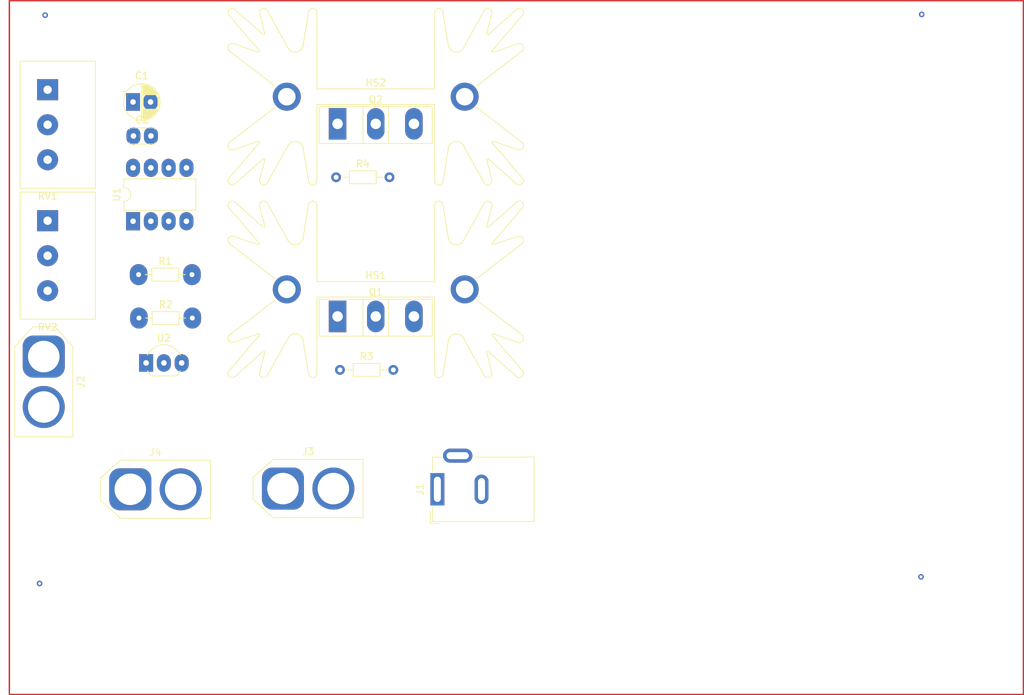
<source format=kicad_pcb>
(kicad_pcb (version 20211014) (generator pcbnew)
  (layers (0 "F.Cu" signal) (31 "B.Cu" signal) (34 "B.Paste" user) (35 "F.Paste" user) (36 "B.SilkS" user "B.Silkscreen") (37 "F.SilkS" user "F.Silkscreen") (38 "B.Mask" user) (39 "F.Mask" user) (44 "Edge.Cuts" user))
  (net 0 "")
  (net 1 "/v")
  (net 2 "GND")
  (net 3 "/ref")
  (net 4 "Net-(J2-Pad1)")
  (net 5 "Net-(Q1-Pad1)")
  (net 7 "Net-(RV1-Pad3)")
  (net 8 "/b_loop1")
  (net 10 "Net-(Q2-Pad1)")
  (net 11 "Net-(J4-Pad1)")
  (net 12 "/control")
  (net 13 "/b_loop2")
  (footprint "Resistor_THT:R_Axial_DIN0204_L3.6mm_D1.6mm_P7.62mm_Horizontal" (layer "F.Cu") (at 61.89 40.45)
    (fp_text reference "R4" (at 3.81 -1.92) (layer "F.SilkS"))
    (fp_text value "1meg")
    (fp_line (start 1.89 -0.92) (end 1.89 0.92) (layer "F.SilkS") (width 0.12))
    (fp_line (start 6.68 0) (end 5.73 0) (layer "F.SilkS") (width 0.12))
    (fp_line (start 5.73 0.92) (end 5.73 -0.92) (layer "F.SilkS") (width 0.12))
    (fp_line (start 1.89 0.92) (end 5.73 0.92) (layer "F.SilkS") (width 0.12))
    (fp_line (start 0.94 0) (end 1.89 0) (layer "F.SilkS") (width 0.12))
    (fp_line (start 5.73 -0.92) (end 1.89 -0.92) (layer "F.SilkS") (width 0.12))
    (pad "1" thru_hole circle (at 0 0) (size 1.4 1.4) (drill 0.7) (layers *.Cu *.Mask) (net 10 "Net-(Q2-Pad1)"))
    (pad "2" thru_hole oval (at 7.62 0) (size 1.4 1.4) (drill 0.7) (layers *.Cu *.Mask) (net 2 "GND"))
  )
  (footprint "Resistor_THT:R_Axial_DIN0204_L3.6mm_D1.6mm_P7.62mm_Horizontal" (layer "F.Cu") (at 62.44 67.95)
    (fp_text reference "R3" (at 3.81 -1.92) (layer "F.SilkS"))
    (fp_text value "1meg")
    (fp_line (start 1.89 -0.92) (end 1.89 0.92) (layer "F.SilkS") (width 0.12))
    (fp_line (start 5.73 -0.92) (end 1.89 -0.92) (layer "F.SilkS") (width 0.12))
    (fp_line (start 5.73 0.92) (end 5.73 -0.92) (layer "F.SilkS") (width 0.12))
    (fp_line (start 6.68 0) (end 5.73 0) (layer "F.SilkS") (width 0.12))
    (fp_line (start 1.89 0.92) (end 5.73 0.92) (layer "F.SilkS") (width 0.12))
    (fp_line (start 0.94 0) (end 1.89 0) (layer "F.SilkS") (width 0.12))
    (pad "1" thru_hole circle (at 0 0) (size 1.4 1.4) (drill 0.7) (layers *.Cu *.Mask) (net 5 "Net-(Q1-Pad1)"))
    (pad "2" thru_hole oval (at 7.62 0) (size 1.4 1.4) (drill 0.7) (layers *.Cu *.Mask) (net 2 "GND"))
  )
  (footprint "Potentiometer_THT:Potentiometer_Alps_RK163_Single_Horizontal" (layer "F.Cu") (at 20.7 27.95)
    (fp_text reference "RV1" (at 0 15.2 180) (layer "F.SilkS"))
    (fp_text value "5k")
    (fp_line (start 6.82 14.07) (end 6.82 -4.07) (layer "F.SilkS") (width 0.12))
    (fp_line (start -3.92 14.07) (end -3.92 -4.07) (layer "F.SilkS") (width 0.12))
    (fp_line (start 6.82 14.07) (end -3.92 14.07) (layer "F.SilkS") (width 0.12))
    (fp_line (start 6.82 -4.07) (end -3.92 -4.07) (layer "F.SilkS") (width 0.12))
    (pad "1" thru_hole rect (at 0 0 180) (size 3 3) (drill 1.2) (layers *.Cu *.Mask) (net 12 "/control"))
    (pad "2" thru_hole circle (at 0 5 180) (size 3 3) (drill 1.2) (layers *.Cu *.Mask) (net 12 "/control"))
    (pad "3" thru_hole circle (at 0 10 180) (size 3 3) (drill 1.2) (layers *.Cu *.Mask) (net 7 "Net-(RV1-Pad3)"))
  )
  (footprint "Package_TO_SOT_THT:TO-247-3_Vertical" (layer "F.Cu") (at 62.1 60.32)
    (fp_text reference "Q1" (at 5.45 -3.45) (layer "F.SilkS"))
    (fp_text value "Q_NMOS_GDS")
    (fp_line (start 7.255 -2.451) (end 7.255 2.82) (layer "F.SilkS") (width 0.12))
    (fp_line (start -2.62 -2.451) (end -2.62 2.82) (layer "F.SilkS") (width 0.12))
    (fp_line (start 13.52 -2.451) (end 13.52 2.82) (layer "F.SilkS") (width 0.12))
    (fp_line (start -2.62 2.82) (end 13.52 2.82) (layer "F.SilkS") (width 0.12))
    (fp_line (start 3.646 -2.451) (end 3.646 2.82) (layer "F.SilkS") (width 0.12))
    (fp_line (start -2.62 -2.451) (end 13.52 -2.451) (layer "F.SilkS") (width 0.12))
    (pad "1" thru_hole rect (at 0 0) (size 2.5 4.5) (drill 1.5) (layers *.Cu *.Mask) (net 5 "Net-(Q1-Pad1)"))
    (pad "2" thru_hole oval (at 5.45 0) (size 2.5 4.5) (drill 1.5) (layers *.Cu *.Mask) (net 4 "Net-(J2-Pad1)"))
    (pad "3" thru_hole oval (at 10.9 0) (size 2.5 4.5) (drill 1.5) (layers *.Cu *.Mask) (net 8 "/b_loop1"))
  )
  (footprint "Package_DIP:DIP-8_W7.62mm_LongPads" (layer "F.Cu") (at 32.9 46.725 90)
    (fp_text reference "U1" (at 3.81 -2.33 90) (layer "F.SilkS"))
    (fp_text value "LM358")
    (fp_line (start 1.56 8.95) (end 6.06 8.95) (layer "F.SilkS") (width 0.12))
    (fp_line (start 6.06 8.95) (end 6.06 -1.33) (layer "F.SilkS") (width 0.12))
    (fp_line (start 6.06 -1.33) (end 4.81 -1.33) (layer "F.SilkS") (width 0.12))
    (fp_line (start 2.81 -1.33) (end 1.56 -1.33) (layer "F.SilkS") (width 0.12))
    (fp_line (start 1.56 -1.33) (end 1.56 8.95) (layer "F.SilkS") (width 0.12))
    (fp_arc (start 4.81 -1.33) (mid 3.81 -0.33) (end 2.81 -1.33) (layer "F.SilkS") (width 0.12))
    (pad "1" thru_hole rect (at 0 0 90) (size 2.6 2) (drill 0.8) (layers *.Cu *.Mask) (net 10 "Net-(Q2-Pad1)"))
    (pad "2" thru_hole oval (at 0 2.54 90) (size 2.6 2) (drill 0.8) (layers *.Cu *.Mask) (net 13 "/b_loop2"))
    (pad "3" thru_hole oval (at 0 5.08 90) (size 2.6 2) (drill 0.8) (layers *.Cu *.Mask) (net 12 "/control"))
    (pad "4" thru_hole oval (at 0 7.62 90) (size 2.6 2) (drill 0.8) (layers *.Cu *.Mask) (net 2 "GND"))
    (pad "5" thru_hole oval (at 7.62 7.62 90) (size 2.6 2) (drill 0.8) (layers *.Cu *.Mask) (net 12 "/control"))
    (pad "6" thru_hole oval (at 7.62 5.08 90) (size 2.6 2) (drill 0.8) (layers *.Cu *.Mask) (net 8 "/b_loop1"))
    (pad "7" thru_hole oval (at 7.62 2.54 90) (size 2.6 2) (drill 0.8) (layers *.Cu *.Mask) (net 5 "Net-(Q1-Pad1)"))
    (pad "8" thru_hole oval (at 7.62 0 90) (size 2.6 2) (drill 0.8) (layers *.Cu *.Mask) (net 1 "/v"))
  )
  (footprint "Connector_AMASS:AMASS_XT60-M_1x02_P7.20mm_Vertical" (layer "F.Cu") (at 20.15 66.05 -90)
    (fp_text reference "J2" (at 3.6 -5.3 90) (layer "F.SilkS"))
    (fp_text value "Conn_01x02_Female")
    (fp_line (start -4.25 -1.6) (end -4.25 1.55) (layer "F.SilkS") (width 0.12))
    (fp_line (start -1.4 -4.15) (end -4.25 -1.6) (layer "F.SilkS") (width 0.12))
    (fp_line (start 11.45 4.15) (end 11.45 -4.15) (layer "F.SilkS") (width 0.12))
    (fp_line (start -1.4 4.15) (end 11.45 4.15) (layer "F.SilkS") (width 0.12))
    (fp_line (start -4.25 1.55) (end -1.4 4.15) (layer "F.SilkS") (width 0.12))
    (fp_line (start 11.45 -4.15) (end -1.4 -4.15) (layer "F.SilkS") (width 0.12))
    (pad "1" thru_hole roundrect (at 0 0 270) (size 6 6) (drill 4.5) (layers *.Cu *.Mask) (net 4 "Net-(J2-Pad1)"))
    (pad "2" thru_hole circle (at 7.2 0 270) (size 6 6) (drill 4.5) (layers *.Cu *.Mask) (net 2 "GND"))
  )
  (footprint "Connector_AMASS:AMASS_XT60-M_1x02_P7.20mm_Vertical" (layer "F.Cu") (at 32.5 85)
    (fp_text reference "J4" (at 3.6 -5.3 180) (layer "F.SilkS"))
    (fp_text value "Conn_01x02_Female")
    (fp_line (start -1.4 -4.15) (end -4.25 -1.6) (layer "F.SilkS") (width 0.12))
    (fp_line (start -4.25 -1.6) (end -4.25 1.55) (layer "F.SilkS") (width 0.12))
    (fp_line (start 11.45 -4.15) (end -1.4 -4.15) (layer "F.SilkS") (width 0.12))
    (fp_line (start -4.25 1.55) (end -1.4 4.15) (layer "F.SilkS") (width 0.12))
    (fp_line (start 11.45 4.15) (end 11.45 -4.15) (layer "F.SilkS") (width 0.12))
    (fp_line (start -1.4 4.15) (end 11.45 4.15) (layer "F.SilkS") (width 0.12))
    (pad "1" thru_hole roundrect (at 0 0) (size 6 6) (drill 4.5) (layers *.Cu *.Mask) (net 11 "Net-(J4-Pad1)"))
    (pad "2" thru_hole circle (at 7.2 0) (size 6 6) (drill 4.5) (layers *.Cu *.Mask) (net 2 "GND"))
  )
  (footprint "Heatsink:Heatsink_Fischer_SK129-STS_42x25mm_2xDrill2.5mm" (layer "F.Cu") (at 67.55 56.45)
    (fp_text reference "HS1" (at 0 -2) (layer "F.SilkS"))
    (fp_text value "Heatsink_Pad")
    (fp_line (start 20.89 11.57) (end 16.64 6.59) (layer "F.SilkS") (width 0.12))
    (fp_line (start -16.81 6.37) (end -20.37 7.59) (layer "F.SilkS") (width 0.12))
    (fp_line (start -20.89 -11.57) (end -16.64 -6.59) (layer "F.SilkS") (width 0.12))
    (fp_line (start -8.41 12.07) (end -8.4 1.11) (layer "F.SilkS") (width 0.12))
    (fp_line (start -12.43 -6.8) (end -15.52 -12.37) (layer "F.SilkS") (width 0.12))
    (fp_line (start 16.81 -6.37) (end 20.37 -7.59) (layer "F.SilkS") (width 0.12))
    (fp_line (start -20.89 6.53) (end -14.38 1.52) (layer "F.SilkS") (width 0.12))
    (fp_line (start 20.89 -11.57) (end 16.64 -6.59) (layer "F.SilkS") (width 0.12))
    (fp_line (start 8.41 -12.07) (end 8.4 -1.11) (layer "F.SilkS") (width 0.12))
    (fp_line (start 8.41 12.07) (end 8.4 1.11) (layer "F.SilkS") (width 0.12))
    (fp_line (start 9.58 -12.16) (end 10.39 -7.2) (layer "F.SilkS") (width 0.12))
    (fp_line (start -9.58 -12.16) (end -10.39 -7.2) (layer "F.SilkS") (width 0.12))
    (fp_line (start 16.81 6.37) (end 20.37 7.59) (layer "F.SilkS") (width 0.12))
    (fp_line (start -20.89 -6.53) (end -14.38 -1.52) (layer "F.SilkS") (width 0.12))
    (fp_line (start 8.4 -1.11) (end 0 -1.11) (layer "F.SilkS") (width 0.12))
    (fp_line (start -16.11 -8.9) (end -20.14 -12.49) (layer "F.SilkS") (width 0.12))
    (fp_line (start -8.4 1.11) (end 0 1.11) (layer "F.SilkS") (width 0.12))
    (fp_line (start 9.58 12.16) (end 10.39 7.2) (layer "F.SilkS") (width 0.12))
    (fp_line (start 16.61 12.04) (end 15.86 9.05) (layer "F.SilkS") (width 0.12))
    (fp_line (start 20.89 -6.53) (end 14.38 -1.52) (layer "F.SilkS") (width 0.12))
    (fp_line (start 16.11 8.9) (end 20.14 12.49) (layer "F.SilkS") (width 0.12))
    (fp_line (start -16.81 -6.37) (end -20.37 -7.59) (layer "F.SilkS") (width 0.12))
    (fp_line (start -16.61 12.04) (end -15.86 9.05) (layer "F.SilkS") (width 0.12))
    (fp_line (start -8.4 -1.11) (end 0 -1.11) (layer "F.SilkS") (width 0.12))
    (fp_line (start 16.61 -12.04) (end 15.86 -9.05) (layer "F.SilkS") (width 0.12))
    (fp_line (start -8.41 -12.07) (end -8.4 -1.11) (layer "F.SilkS") (width 0.12))
    (fp_line (start 20.89 6.53) (end 14.38 1.52) (layer "F.SilkS") (width 0.12))
    (fp_line (start -16.11 8.9) (end -20.14 12.49) (layer "F.SilkS") (width 0.12))
    (fp_line (start 16.11 -8.9) (end 20.14 -12.49) (layer "F.SilkS") (width 0.12))
    (fp_line (start 12.43 -6.8) (end 15.52 -12.37) (layer "F.SilkS") (width 0.12))
    (fp_line (start -9.58 12.16) (end -10.39 7.2) (layer "F.SilkS") (width 0.12))
    (fp_line (start 8.4 1.11) (end 0 1.11) (layer "F.SilkS") (width 0.12))
    (fp_line (start -16.61 -12.04) (end -15.86 -9.05) (layer "F.SilkS") (width 0.12))
    (fp_line (start -20.89 11.57) (end -16.64 6.59) (layer "F.SilkS") (width 0.12))
    (fp_line (start -12.43 6.8) (end -15.52 12.37) (layer "F.SilkS") (width 0.12))
    (fp_line (start 12.43 6.8) (end 15.52 12.37) (layer "F.SilkS") (width 0.12))
    (fp_arc (start 20.88201 6.529077) (mid 21.044088 7.26771) (end 20.36 7.59) (layer "F.SilkS") (width 0.12))
    (fp_arc (start -12.43 6.81) (mid -11.270695 6.386526) (end -10.37849 7.239338) (layer "F.SilkS") (width 0.12))
    (fp_arc (start -20.88201 -6.529077) (mid -21.044088 -7.26771) (end -20.36 -7.59) (layer "F.SilkS") (width 0.12))
    (fp_arc (start -9.578367 -12.138285) (mid -8.950514 -12.608261) (end -8.41 -12.04) (layer "F.SilkS") (width 0.12))
    (fp_arc (start 10.378725 7.238423) (mid 11.271157 6.386429) (end 12.43 6.81) (layer "F.SilkS") (width 0.12))
    (fp_arc (start -15.51 12.36) (mid -16.175176 12.582248) (end -16.607296 12.029866) (layer "F.SilkS") (width 0.12))
    (fp_arc (start -10.378725 -7.238423) (mid -11.271157 -6.386429) (end -12.43 -6.81) (layer "F.SilkS") (width 0.12))
    (fp_arc (start 15.862646 9.073033) (mid 15.907467 8.87495) (end 16.11 8.89) (layer "F.SilkS") (width 0.12))
    (fp_arc (start 20.36 -7.59) (mid 21.044305 -7.267269) (end 20.881246 -6.528459) (layer "F.SilkS") (width 0.12))
    (fp_arc (start 9.578367 12.138285) (mid 8.950514 12.608261) (end 8.41 12.04) (layer "F.SilkS") (width 0.12))
    (fp_arc (start -20.36 7.59) (mid -21.044305 7.267269) (end -20.881246 6.528459) (layer "F.SilkS") (width 0.12))
    (fp_arc (start 20.12 -12.47) (mid 20.940246 -12.391809) (end 20.883361 -11.56981) (layer "F.SilkS") (width 0.12))
    (fp_arc (start 20.883567 11.569995) (mid 20.940157 12.391914) (end 20.12 12.47) (layer "F.SilkS") (width 0.12))
    (fp_arc (start -8.41 12.04) (mid -8.950833 12.608288) (end -9.578495 12.137659) (layer "F.SilkS") (width 0.12))
    (fp_arc (start 15.51 -12.36) (mid 16.175176 -12.582248) (end 16.607296 -12.029866) (layer "F.SilkS") (width 0.12))
    (fp_arc (start -20.12 12.47) (mid -20.940246 12.391809) (end -20.883361 11.56981) (layer "F.SilkS") (width 0.12))
    (fp_arc (start 12.43 -6.81) (mid 11.270695 -6.386526) (end 10.37849 -7.239338) (layer "F.SilkS") (width 0.12))
    (fp_arc (start -16.607253 -12.030714) (mid -16.174769 -12.582369) (end -15.51 -12.36) (layer "F.SilkS") (width 0.12))
    (fp_arc (start -16.11 8.89) (mid -15.907388 8.875008) (end -15.862738 9.073206) (layer "F.SilkS") (width 0.12))
    (fp_arc (start -16.641005 -6.592844) (mid -16.635917 -6.413484) (end -16.81 -6.37) (layer "F.SilkS") (width 0.12))
    (fp_arc (start 16.81 -6.37) (mid 16.635916 -6.413485) (end 16.641006 -6.592846) (layer "F.SilkS") (width 0.12))
    (fp_arc (start -16.81 6.37) (mid -16.635916 6.413485) (end -16.641006 6.592846) (layer "F.SilkS") (width 0.12))
    (fp_arc (start 16.607253 12.030714) (mid 16.174769 12.58237) (end 15.51 12.36) (layer "F.SilkS") (width 0.12))
    (fp_arc (start -15.862646 -9.073033) (mid -15.907467 -8.87495) (end -16.11 -8.89) (layer "F.SilkS") (width 0.12))
    (fp_arc (start 16.11 -8.89) (mid 15.907388 -8.875008) (end 15.862738 -9.073206) (layer "F.SilkS") (width 0.12))
    (fp_arc (start 8.41 -12.04) (mid 8.950833 -12.608288) (end 9.578495 -12.137659) (layer "F.SilkS") (width 0.12))
    (fp_arc (start 16.641005 6.592844) (mid 16.635917 6.413484) (end 16.81 6.37) (layer "F.SilkS") (width 0.12))
    (fp_arc (start -20.883567 -11.569995) (mid -20.940157 -12.391914) (end -20.12 -12.47) (layer "F.SilkS") (width 0.12))
    (pad "1" thru_hole circle (at 12.7 0) (size 4 4) (drill 2.5) (layers *.Cu *.Mask))
    (pad "1" thru_hole circle (at -12.7 0 180) (size 4 4) (drill 2.5) (layers *.Cu *.Mask))
  )
  (footprint "Heatsink:Heatsink_Fischer_SK129-STS_42x25mm_2xDrill2.5mm" (layer "F.Cu") (at 67.55 28.95)
    (fp_text reference "HS2" (at 0 -2) (layer "F.SilkS"))
    (fp_text value "Heatsink_Pad")
    (fp_line (start 9.58 -12.16) (end 10.39 -7.2) (layer "F.SilkS") (width 0.12))
    (fp_line (start -8.4 -1.11) (end 0 -1.11) (layer "F.SilkS") (width 0.12))
    (fp_line (start -16.81 6.37) (end -20.37 7.59) (layer "F.SilkS") (width 0.12))
    (fp_line (start -9.58 12.16) (end -10.39 7.2) (layer "F.SilkS") (width 0.12))
    (fp_line (start -16.81 -6.37) (end -20.37 -7.59) (layer "F.SilkS") (width 0.12))
    (fp_line (start 16.11 -8.9) (end 20.14 -12.49) (layer "F.SilkS") (width 0.12))
    (fp_line (start -9.58 -12.16) (end -10.39 -7.2) (layer "F.SilkS") (width 0.12))
    (fp_line (start 16.11 8.9) (end 20.14 12.49) (layer "F.SilkS") (width 0.12))
    (fp_line (start 16.81 6.37) (end 20.37 7.59) (layer "F.SilkS") (width 0.12))
    (fp_line (start 20.89 6.53) (end 14.38 1.52) (layer "F.SilkS") (width 0.12))
    (fp_line (start 20.89 -6.53) (end 14.38 -1.52) (layer "F.SilkS") (width 0.12))
    (fp_line (start -16.11 -8.9) (end -20.14 -12.49) (layer "F.SilkS") (width 0.12))
    (fp_line (start -20.89 6.53) (end -14.38 1.52) (layer "F.SilkS") (width 0.12))
    (fp_line (start 16.61 12.04) (end 15.86 9.05) (layer "F.SilkS") (width 0.12))
    (fp_line (start 8.41 -12.07) (end 8.4 -1.11) (layer "F.SilkS") (width 0.12))
    (fp_line (start 20.89 -11.57) (end 16.64 -6.59) (layer "F.SilkS") (width 0.12))
    (fp_line (start -20.89 -6.53) (end -14.38 -1.52) (layer "F.SilkS") (width 0.12))
    (fp_line (start 12.43 -6.8) (end 15.52 -12.37) (layer "F.SilkS") (width 0.12))
    (fp_line (start -16.61 -12.04) (end -15.86 -9.05) (layer "F.SilkS") (width 0.12))
    (fp_line (start 12.43 6.8) (end 15.52 12.37) (layer "F.SilkS") (width 0.12))
    (fp_line (start 8.4 1.11) (end 0 1.11) (layer "F.SilkS") (width 0.12))
    (fp_line (start -12.43 6.8) (end -15.52 12.37) (layer "F.SilkS") (width 0.12))
    (fp_line (start 16.61 -12.04) (end 15.86 -9.05) (layer "F.SilkS") (width 0.12))
    (fp_line (start -20.89 11.57) (end -16.64 6.59) (layer "F.SilkS") (width 0.12))
    (fp_line (start -20.89 -11.57) (end -16.64 -6.59) (layer "F.SilkS") (width 0.12))
    (fp_line (start 16.81 -6.37) (end 20.37 -7.59) (layer "F.SilkS") (width 0.12))
    (fp_line (start -16.61 12.04) (end -15.86 9.05) (layer "F.SilkS") (width 0.12))
    (fp_line (start 9.58 12.16) (end 10.39 7.2) (layer "F.SilkS") (width 0.12))
    (fp_line (start -8.41 12.07) (end -8.4 1.11) (layer "F.SilkS") (width 0.12))
    (fp_line (start 8.4 -1.11) (end 0 -1.11) (layer "F.SilkS") (width 0.12))
    (fp_line (start 20.89 11.57) (end 16.64 6.59) (layer "F.SilkS") (width 0.12))
    (fp_line (start -12.43 -6.8) (end -15.52 -12.37) (layer "F.SilkS") (width 0.12))
    (fp_line (start -8.41 -12.07) (end -8.4 -1.11) (layer "F.SilkS") (width 0.12))
    (fp_line (start -8.4 1.11) (end 0 1.11) (layer "F.SilkS") (width 0.12))
    (fp_line (start 8.41 12.07) (end 8.4 1.11) (layer "F.SilkS") (width 0.12))
    (fp_line (start -16.11 8.9) (end -20.14 12.49) (layer "F.SilkS") (width 0.12))
    (fp_arc (start 12.43 -6.81) (mid 11.270695 -6.386526) (end 10.37849 -7.239338) (layer "F.SilkS") (width 0.12))
    (fp_arc (start 15.862646 9.073033) (mid 15.907467 8.87495) (end 16.11 8.89) (layer "F.SilkS") (width 0.12))
    (fp_arc (start 16.81 -6.37) (mid 16.635916 -6.413485) (end 16.641006 -6.592846) (layer "F.SilkS") (width 0.12))
    (fp_arc (start 16.641005 6.592844) (mid 16.635917 6.413484) (end 16.81 6.37) (layer "F.SilkS") (width 0.12))
    (fp_arc (start -20.36 7.59) (mid -21.044305 7.267269) (end -20.881246 6.528459) (layer "F.SilkS") (width 0.12))
    (fp_arc (start -16.11 8.89) (mid -15.907388 8.875008) (end -15.862738 9.073206) (layer "F.SilkS") (width 0.12))
    (fp_arc (start -20.12 12.47) (mid -20.940246 12.391809) (end -20.883361 11.56981) (layer "F.SilkS") (width 0.12))
    (fp_arc (start 20.12 -12.47) (mid 20.940246 -12.391809) (end 20.883361 -11.56981) (layer "F.SilkS") (width 0.12))
    (fp_arc (start -15.862646 -9.073033) (mid -15.907467 -8.87495) (end -16.11 -8.89) (layer "F.SilkS") (width 0.12))
    (fp_arc (start 20.88201 6.529077) (mid 21.044088 7.26771) (end 20.36 7.59) (layer "F.SilkS") (width 0.12))
    (fp_arc (start -20.883567 -11.569995) (mid -20.940157 -12.391914) (end -20.12 -12.47) (layer "F.SilkS") (width 0.12))
    (fp_arc (start 15.51 -12.36) (mid 16.175176 -12.582248) (end 16.607296 -12.029866) (layer "F.SilkS") (width 0.12))
    (fp_arc (start -12.43 6.81) (mid -11.270695 6.386526) (end -10.37849 7.239338) (layer "F.SilkS") (width 0.12))
    (fp_arc (start -9.578367 -12.138285) (mid -8.950514 -12.608261) (end -8.41 -12.04) (layer "F.SilkS") (width 0.12))
    (fp_arc (start -16.641005 -6.592844) (mid -16.635917 -6.413484) (end -16.81 -6.37) (layer "F.SilkS") (width 0.12))
    (fp_arc (start 20.883567 11.569995) (mid 20.940157 12.391914) (end 20.12 12.47) (layer "F.SilkS") (width 0.12))
    (fp_arc (start -10.378725 -7.238423) (mid -11.271157 -6.386429) (end -12.43 -6.81) (layer "F.SilkS") (width 0.12))
    (fp_arc (start -16.607253 -12.030714) (mid -16.174769 -12.582369) (end -15.51 -12.36) (layer "F.SilkS") (width 0.12))
    (fp_arc (start 8.41 -12.04) (mid 8.950833 -12.608288) (end 9.578495 -12.137659) (layer "F.SilkS") (width 0.12))
    (fp_arc (start 16.11 -8.89) (mid 15.907388 -8.875008) (end 15.862738 -9.073206) (layer "F.SilkS") (width 0.12))
    (fp_arc (start 16.607253 12.030714) (mid 16.174769 12.58237) (end 15.51 12.36) (layer "F.SilkS") (width 0.12))
    (fp_arc (start 9.578367 12.138285) (mid 8.950514 12.608261) (end 8.41 12.04) (layer "F.SilkS") (width 0.12))
    (fp_arc (start -20.88201 -6.529077) (mid -21.044088 -7.26771) (end -20.36 -7.59) (layer "F.SilkS") (width 0.12))
    (fp_arc (start -15.51 12.36) (mid -16.175176 12.582248) (end -16.607296 12.029866) (layer "F.SilkS") (width 0.12))
    (fp_arc (start 20.36 -7.59) (mid 21.044305 -7.267269) (end 20.881246 -6.528459) (layer "F.SilkS") (width 0.12))
    (fp_arc (start -8.41 12.04) (mid -8.950833 12.608288) (end -9.578495 12.137659) (layer "F.SilkS") (width 0.12))
    (fp_arc (start 10.378725 7.238423) (mid 11.271157 6.386429) (end 12.43 6.81) (layer "F.SilkS") (width 0.12))
    (fp_arc (start -16.81 6.37) (mid -16.635916 6.413485) (end -16.641006 6.592846) (layer "F.SilkS") (width 0.12))
    (pad "1" thru_hole circle (at 12.7 0) (size 4 4) (drill 2.5) (layers *.Cu *.Mask))
    (pad "1" thru_hole circle (at -12.7 0 180) (size 4 4) (drill 2.5) (layers *.Cu *.Mask))
  )
  (footprint "Potentiometer_THT:Potentiometer_Alps_RK163_Single_Horizontal" (layer "F.Cu") (at 20.7 46.65)
    (fp_text reference "RV2" (at 0 15.2 180) (layer "F.SilkS"))
    (fp_text value "100k")
    (fp_line (start 6.82 14.07) (end -3.92 14.07) (layer "F.SilkS") (width 0.12))
    (fp_line (start 6.82 14.07) (end 6.82 -4.07) (layer "F.SilkS") (width 0.12))
    (fp_line (start -3.92 14.07) (end -3.92 -4.07) (layer "F.SilkS") (width 0.12))
    (fp_line (start 6.82 -4.07) (end -3.92 -4.07) (layer "F.SilkS") (width 0.12))
    (pad "1" thru_hole rect (at 0 0 180) (size 3 3) (drill 1.2) (layers *.Cu *.Mask) (net 7 "Net-(RV1-Pad3)"))
    (pad "2" thru_hole circle (at 0 5 180) (size 3 3) (drill 1.2) (layers *.Cu *.Mask) (net 7 "Net-(RV1-Pad3)"))
    (pad "3" thru_hole circle (at 0 10 180) (size 3 3) (drill 1.2) (layers *.Cu *.Mask) (net 2 "GND"))
  )
  (footprint "Resistor_THT:R_Axial_DIN0204_L3.6mm_D1.6mm_P7.62mm_Horizontal" (layer "F.Cu") (at 33.69 54.35)
    (fp_text reference "R1" (at 3.81 -1.92) (layer "F.SilkS"))
    (fp_text value "100k")
    (fp_line (start 0.94 0) (end 1.89 0) (layer "F.SilkS") (width 0.12))
    (fp_line (start 6.68 0) (end 5.73 0) (layer "F.SilkS") (width 0.12))
    (fp_line (start 1.89 0.92) (end 5.73 0.92) (layer "F.SilkS") (width 0.12))
    (fp_line (start 5.73 0.92) (end 5.73 -0.92) (layer "F.SilkS") (width 0.12))
    (fp_line (start 1.89 -0.92) (end 1.89 0.92) (layer "F.SilkS") (width 0.12))
    (fp_line (start 5.73 -0.92) (end 1.89 -0.92) (layer "F.SilkS") (width 0.12))
    (pad "1" thru_hole oval (at 0 0) (size 2.5 3) (drill 0.7) (layers *.Cu *.Mask) (net 1 "/v"))
    (pad "2" thru_hole oval (at 7.62 0) (size 2.5 3) (drill 0.7) (layers *.Cu *.Mask) (net 12 "/control"))
  )
  (footprint "Connector_AMASS:AMASS_XT60-M_1x02_P7.20mm_Vertical" (layer "F.Cu") (at 54.3 84.9)
    (fp_text reference "J3" (at 3.6 -5.3 180) (layer "F.SilkS"))
    (fp_text value "Conn_01x02_Female")
    (fp_line (start 11.45 -4.15) (end -1.4 -4.15) (layer "F.SilkS") (width 0.12))
    (fp_line (start 11.45 4.15) (end 11.45 -4.15) (layer "F.SilkS") (width 0.12))
    (fp_line (start -1.4 4.15) (end 11.45 4.15) (layer "F.SilkS") (width 0.12))
    (fp_line (start -1.4 -4.15) (end -4.25 -1.6) (layer "F.SilkS") (width 0.12))
    (fp_line (start -4.25 1.55) (end -1.4 4.15) (layer "F.SilkS") (width 0.12))
    (fp_line (start -4.25 -1.6) (end -4.25 1.55) (layer "F.SilkS") (width 0.12))
    (pad "1" thru_hole roundrect (at 0 0) (size 6 6) (drill 4.5) (layers *.Cu *.Mask) (net 8 "/b_loop1"))
    (pad "2" thru_hole circle (at 7.2 0) (size 6 6) (drill 4.5) (layers *.Cu *.Mask) (net 2 "GND"))
  )
  (footprint "Capacitor_THT:CP_Radial_D5.0mm_P2.50mm" (layer "F.Cu") (at 32.894888 29.7)
    (fp_text reference "C1" (at 1.25 -3.75) (layer "F.SilkS"))
    (fp_text value "10u")
    (fp_line (start 2.251 -2.382) (end 2.251 -1.04) (layer "F.SilkS") (width 0.12))
    (fp_line (start 2.851 -2.035) (end 2.851 -1.04) (layer "F.SilkS") (width 0.12))
    (fp_line (start 3.731 -0.805) (end 3.731 0.805) (layer "F.SilkS") (width 0.12))
    (fp_line (start 2.611 -2.2) (end 2.611 -1.04) (layer "F.SilkS") (width 0.12))
    (fp_line (start 1.53 -2.565) (end 1.53 -1.04) (layer "F.SilkS") (width 0.12))
    (fp_line (start 2.171 -2.414) (end 2.171 -1.04) (layer "F.SilkS") (width 0.12))
    (fp_line (start 1.49 1.04) (end 1.49 2.569) (layer "F.SilkS") (width 0.12))
    (fp_line (start -1.304775 -1.725) (end -1.304775 -1.225) (layer "F.SilkS") (width 0.12))
    (fp_line (start 3.411 1.04) (end 3.411 1.443) (layer "F.SilkS") (width 0.12))
    (fp_line (start 1.89 1.04) (end 1.89 2.501) (layer "F.SilkS") (width 0.12))
    (fp_line (start 1.45 -2.573) (end 1.45 2.573) (layer "F.SilkS") (width 0.12))
    (fp_line (start 3.051 -1.864) (end 3.051 -1.04) (layer "F.SilkS") (width 0.12))
    (fp_line (start 3.811 -0.518) (end 3.811 0.518) (layer "F.SilkS") (width 0.12))
    (fp_line (start 3.291 1.04) (end 3.291 1.605) (layer "F.SilkS") (width 0.12))
    (fp_line (start 1.77 -2.528) (end 1.77 -1.04) (layer "F.SilkS") (width 0.12))
    (fp_line (start 2.571 -2.224) (end 2.571 -1.04) (layer "F.SilkS") (width 0.12))
    (fp_line (start 3.531 1.04) (end 3.531 1.251) (layer "F.SilkS") (width 0.12))
    (fp_line (start 1.81 -2.52) (end 1.81 -1.04) (layer "F.SilkS") (width 0.12))
    (fp_line (start 2.891 1.04) (end 2.891 2.004) (layer "F.SilkS") (width 0.12))
    (fp_line (start 3.051 1.04) (end 3.051 1.864) (layer "F.SilkS") (width 0.12))
    (fp_line (start 1.77 1.04) (end 1.77 2.528) (layer "F.SilkS") (width 0.12))
    (fp_line (start 2.771 1.04) (end 2.771 2.095) (layer "F.SilkS") (width 0.12))
    (fp_line (start 1.65 1.04) (end 1.65 2.55) (layer "F.SilkS") (width 0.12))
    (fp_line (start 2.691 1.04) (end 2.691 2.149) (layer "F.SilkS") (width 0.12))
    (fp_line (start 2.011 1.04) (end 2.011 2.468) (layer "F.SilkS") (width 0.12))
    (fp_line (start 2.491 -2.268) (end 2.491 -1.04) (layer "F.SilkS") (width 0.12))
    (fp_line (start 2.251 1.04) (end 2.251 2.382) (layer "F.SilkS") (width 0.12))
    (fp_line (start 2.211 -2.398) (end 2.211 -1.04) (layer "F.SilkS") (width 0.12))
    (fp_line (start 3.611 -1.098) (end 3.611 1.098) (layer "F.SilkS") (width 0.12))
    (fp_line (start 2.211 1.04) (end 2.211 2.398) (layer "F.SilkS") (width 0.12))
    (fp_line (start 3.771 -0.677) (end 3.771 0.677) (layer "F.SilkS") (width 0.12))
    (fp_line (start 1.37 -2.578) (end 1.37 2.578) (layer "F.SilkS") (width 0.12))
    (fp_line (start 1.49 -2.569) (end 1.49 -1.04) (layer "F.SilkS") (width 0.12))
    (fp_line (start 1.33 -2.579) (end 1.33 2.579) (layer "F.SilkS") (width 0.12))
    (fp_line (start 3.571 -1.178) (end 3.571 1.178) (layer "F.SilkS") (width 0.12))
    (fp_line (start 2.971 -1.937) (end 2.971 -1.04) (layer "F.SilkS") (width 0.12))
    (fp_line (start 2.091 1.04) (end 2.091 2.442) (layer "F.SilkS") (width 0.12))
    (fp_line (start 1.89 -2.501) (end 1.89 -1.04) (layer "F.SilkS") (width 0.12))
    (fp_line (start 1.61 1.04) (end 1.61 2.556) (layer "F.SilkS") (width 0.12))
    (fp_line (start 2.851 1.04) (end 2.851 2.035) (layer "F.SilkS") (width 0.12))
    (fp_line (start 3.091 1.04) (end 3.091 1.826) (layer "F.SilkS") (width 0.12))
    (fp_line (start 3.331 1.04) (end 3.331 1.554) (layer "F.SilkS") (width 0.12))
    (fp_line (start 1.81 1.04) (end 1.81 2.52) (layer "F.SilkS") (width 0.12))
    (fp_line (start 2.131 -2.428) (end 2.131 -1.04) (layer "F.SilkS") (width 0.12))
    (fp_line (start 2.531 -2.247) (end 2.531 -1.04) (layer "F.SilkS") (width 0.12))
    (fp_line (start 1.971 1.04) (end 1.971 2.48) (layer "F.SilkS") (width 0.12))
    (fp_line (start 2.291 -2.365) (end 2.291 -1.04) (layer "F.SilkS") (width 0.12))
    (fp_line (start 1.73 -2.536) (end 1.73 -1.04) (layer "F.SilkS") (width 0.12))
    (fp_line (start 1.69 1.04) (end 1.69 2.543) (layer "F.SilkS") (width 0.12))
    (fp_line (start 3.211 1.04) (end 3.211 1.699) (layer "F.SilkS") (width 0.12))
    (fp_line (start 2.891 -2.004) (end 2.891 -1.04) (layer "F.SilkS") (width 0.12))
    (fp_line (start 1.85 1.04) (end 1.85 2.511) (layer "F.SilkS") (width 0.12))
    (fp_line (start 3.011 -1.901) (end 3.011 -1.04) (layer "F.SilkS") (width 0.12))
    (fp_line (start 1.85 -2.511) (end 1.85 -1.04) (layer "F.SilkS") (width 0.12))
    (fp_line (start 3.291 -1.605) (end 3.291 -1.04) (layer "F.SilkS") (width 0.12))
    (fp_line (start 1.69 -2.543) (end 1.69 -1.04) (layer "F.SilkS") (width 0.12))
    (fp_line (start 1.57 1.04) (end 1.57 2.561) (layer "F.SilkS") (width 0.12))
    (fp_line (start 2.011 -2.468) (end 2.011 -1.04) (layer "F.SilkS") (width 0.12))
    (fp_line (start 1.61 -2.556) (end 1.61 -1.04) (layer "F.SilkS") (width 0.12))
    (fp_line (start 3.251 -1.653) (end 3.251 -1.04) (layer "F.SilkS") (width 0.12))
    (fp_line (start 1.93 -2.491) (end 1.93 -1.04) (layer "F.SilkS") (width 0.12))
    (fp_line (start 2.651 -2.175) (end 2.651 -1.04) (layer "F.SilkS") (width 0.12))
    (fp_line (start 1.57 -2.561) (end 1.57 -1.04) (layer "F.SilkS") (width 0.12))
    (fp_line (start 3.851 -0.284) (end 3.851 0.284) (layer "F.SilkS") (width 0.12))
    (fp_line (start 3.691 -0.915) (end 3.691 0.915) (layer "F.SilkS") (width 0.12))
    (fp_line (start 3.451 -1.383) (end 3.451 -1.04) (layer "F.SilkS") (width 0.12))
    (fp_line (start 2.331 -2.348) (end 2.331 -1.04) (layer "F.SilkS") (width 0.12))
    (fp_line (start 2.291 1.04) (end 2.291 2.365) (layer "F.SilkS") (width 0.12))
    (fp_line (start 1.971 -2.48) (end 1.971 -1.04) (layer "F.SilkS") (width 0.12))
    (fp_line (start 2.051 1.04) (end 2.051 2.455) (layer "F.SilkS") (width 0.12))
    (fp_line (start 2.051 -2.455) (end 2.051 -1.04) (layer "F.SilkS") (width 0.12))
    (fp_line (start 2.531 1.04) (end 2.531 2.247) (layer "F.SilkS") (width 0.12))
    (fp_line (start 2.171 1.04) (end 2.171 2.414) (layer "F.SilkS") (width 0.12))
    (fp_line (start 2.451 -2.29) (end 2.451 -1.04) (layer "F.SilkS") (width 0.12))
    (fp_line (start 2.771 -2.095) (end 2.771 -1.04) (layer "F.SilkS") (width 0.12))
    (fp_line (start 2.691 -2.149) (end 2.691 -1.04) (layer "F.SilkS") (width 0.12))
    (fp_line (start 3.371 -1.5) (end 3.371 -1.04) (layer "F.SilkS") (width 0.12))
    (fp_line (start 2.371 1.04) (end 2.371 2.329) (layer "F.SilkS") (width 0.12))
    (fp_line (start 3.331 -1.554) (end 3.331 -1.04) (layer "F.SilkS") (width 0.12))
    (fp_line (start 3.011 1.04) (end 3.011 1.901) (layer "F.SilkS") (width 0.12))
    (fp_line (start 3.171 -1.743) (end 3.171 -1.04) (layer "F.SilkS") (width 0.12))
    (fp_line (start 2.571 1.04) (end 2.571 2.224) (layer "F.SilkS") (width 0.12))
    (fp_line (start 2.731 -2.122) (end 2.731 -1.04) (layer "F.SilkS") (width 0.12))
    (fp_line (start 3.371 1.04) (end 3.371 1.5) (layer "F.SilkS") (width 0.12))
    (fp_line (start 2.371 -2.329) (end 2.371 -1.04) (layer "F.SilkS") (width 0.12))
    (fp_line (start 1.41 -2.576) (end 1.41 2.576) (layer "F.SilkS") (width 0.12))
    (fp_line (start 3.131 1.04) (end 3.131 1.785) (layer "F.SilkS") (width 0.12))
    (fp_line (start 2.411 1.04) (end 2.411 2.31) (layer "F.SilkS") (width 0.12))
    (fp_line (start 2.331 1.04) (end 2.331 2.348) (layer "F.SilkS") (width 0.12))
    (fp_line (start 3.651 -1.011) (end 3.651 1.011) (layer "F.SilkS") (width 0.12))
    (fp_line (start 2.611 1.04) (end 2.611 2.2) (layer "F.SilkS") (width 0.12))
    (fp_line (start 2.491 1.04) (end 2.491 2.268) (layer "F.SilkS") (width 0.12))
    (fp_line (start 2.931 1.04) (end 2.931 1.971) (layer "F.SilkS") (width 0.12))
    (fp_line (start 2.931 -1.971) (end 2.931 -1.04) (layer "F.SilkS") (width 0.12))
    (fp_line (start 2.131 1.04) (end 2.131 2.428) (layer "F.SilkS") (width 0.12))
    (fp_line (start 2.451 1.04) (end 2.451 2.29) (layer "F.SilkS") (width 0.12))
    (fp_line (start 1.65 -2.55) (end 1.65 -1.04) (layer "F.SilkS") (width 0.12))
    (fp_line (start 1.93 1.04) (end 1.93 2.491) (layer "F.SilkS") (width 0.12))
    (fp_line (start 3.251 1.04) (end 3.251 1.653) (layer "F.SilkS") (width 0.12))
    (fp_line (start -1.554775 -1.475) (end -1.054775 -1.475) (layer "F.SilkS") (width 0.12))
    (fp_line (start 2.411 -2.31) (end 2.411 -1.04) (layer "F.SilkS") (width 0.12))
    (fp_line (start 1.53 1.04) (end 1.53 2.565) (layer "F.SilkS") (width 0.12))
    (fp_line (start 2.731 1.04) (end 2.731 2.122) (layer "F.SilkS") (width 0.12))
    (fp_line (start 3.091 -1.826) (end 3.091 -1.04) (layer "F.SilkS") (width 0.12))
    (fp_line (start 1.73 1.04) (end 1.73 2.536) (layer "F.SilkS") (width 0.12))
    (fp_line (start 2.651 1.04) (end 2.651 2.175) (layer "F.SilkS") (width 0.12))
    (fp_line (start 3.491 1.04) (end 3.491 1.319) (layer "F.SilkS") (width 0.12))
    (fp_line (start 1.25 -2.58) (end 1.25 2.58) (layer "F.SilkS") (width 0.12))
    (fp_line (start 3.171 1.04) (end 3.171 1.743) (layer "F.SilkS") (width 0.12))
    (fp_line (start 2.091 -2.442) (end 2.091 -1.04) (layer "F.SilkS") (width 0.12))
    (fp_line (start 2.971 1.04) (end 2.971 1.937) (layer "F.SilkS") (width 0.12))
    (fp_line (start 2.811 1.04) (end 2.811 2.065) (layer "F.SilkS") (width 0.12))
    (fp_line (start 3.131 -1.785) (end 3.131 -1.04) (layer "F.SilkS") (width 0.12))
    (fp_line (start 3.411 -1.443) (end 3.411 -1.04) (layer "F.SilkS") (width 0.12))
    (fp_line (start 1.29 -2.58) (end 1.29 2.58) (layer "F.SilkS") (width 0.12))
    (fp_line (start 3.211 -1.699) (end 3.211 -1.04) (layer "F.SilkS") (width 0.12))
    (fp_line (start 3.451 1.04) (end 3.451 1.383) (layer "F.SilkS") (width 0.12))
    (fp_line (start 2.811 -2.065) (end 2.811 -1.04) (layer "F.SilkS") (width 0.12))
    (fp_line (start 3.531 -1.251) (end 3.531 -1.04) (layer "F.SilkS") (width 0.12))
    (fp_line (start 3.491 -1.319) (end 3.491 -1.04) (layer "F.SilkS") (width 0.12))
    (fp_circle (center 1.25 0) (end 3.87 0) (layer "F.SilkS") (width 0.12) (fill none))
    (pad "1" thru_hole rect (at 0 0) (size 2 2.5) (drill 0.8) (layers *.Cu *.Mask) (net 1 "/v"))
    (pad "2" thru_hole oval (at 2.5 0) (size 2 2.5) (drill 0.8) (layers *.Cu *.Mask) (net 2 "GND"))
  )
  (footprint "Resistor_THT:R_Axial_DIN0204_L3.6mm_D1.6mm_P7.62mm_Horizontal" (layer "F.Cu") (at 33.74 60.55)
    (fp_text reference "R2" (at 3.81 -1.92) (layer "F.SilkS"))
    (fp_text value "1k")
    (fp_line (start 0.94 0) (end 1.89 0) (layer "F.SilkS") (width 0.12))
    (fp_line (start 1.89 0.92) (end 5.73 0.92) (layer "F.SilkS") (width 0.12))
    (fp_line (start 5.73 -0.92) (end 1.89 -0.92) (layer "F.SilkS") (width 0.12))
    (fp_line (start 6.68 0) (end 5.73 0) (layer "F.SilkS") (width 0.12))
    (fp_line (start 1.89 -0.92) (end 1.89 0.92) (layer "F.SilkS") (width 0.12))
    (fp_line (start 5.73 0.92) (end 5.73 -0.92) (layer "F.SilkS") (width 0.12))
    (pad "1" thru_hole oval (at 0 0) (size 2.5 3) (drill 0.7) (layers *.Cu *.Mask) (net 1 "/v"))
    (pad "2" thru_hole oval (at 7.62 0) (size 2.5 3) (drill 0.7) (layers *.Cu *.Mask) (net 3 "/ref"))
  )
  (footprint "Package_TO_SOT_THT:TO-92_Inline_Wide" (layer "F.Cu") (at 34.76 66.96)
    (fp_text reference "U2" (at 2.54 -3.56) (layer "F.SilkS"))
    (fp_text value "TL431LP")
    (fp_line (start 0.74 1.85) (end 4.34 1.85) (layer "F.SilkS") (width 0.12))
    (fp_arc (start 0.1836 -1.098807) (mid 1.143021 -2.192817) (end 2.54 -2.6) (layer "F.SilkS") (width 0.12))
    (fp_arc (start 2.54 -2.6) (mid 3.936979 -2.192818) (end 4.8964 -1.098807) (layer "F.SilkS") (width 0.12))
    (fp_arc (start 4.864184 1.122795) (mid 4.633903 1.509328) (end 4.34 1.85) (layer "F.SilkS") (width 0.12))
    (fp_arc (start 0.74 1.85) (mid 0.446097 1.509328) (end 0.215816 1.122795) (layer "F.SilkS") (width 0.12))
    (pad "1" thru_hole rect (at 0 0) (size 2 2.5) (drill 0.8) (layers *.Cu *.Mask) (net 3 "/ref"))
    (pad "2" thru_hole oval (at 2.54 0) (size 2 2.5) (drill 0.8) (layers *.Cu *.Mask) (net 2 "GND"))
    (pad "3" thru_hole oval (at 5.08 0) (size 2 2.5) (drill 0.8) (layers *.Cu *.Mask) (net 3 "/ref"))
  )
  (footprint "Connector_BarrelJack:BarrelJack_GCT_DCJ200-10-A_Horizontal" (layer "F.Cu") (at 76.35 85 90)
    (fp_text reference "J1" (at 0 -2.5 90) (layer "F.SilkS"))
    (fp_text value "Barrel_Jack_MountingPin")
    (fp_line (start -3.2 -1) (end -4.9 -1) (layer "F.SilkS") (width 0.12))
    (fp_line (start -4.9 -1) (end -4.9 0.3) (layer "F.SilkS") (width 0.12))
    (fp_line (start 2.6 -0.7) (end 4.6 -0.7) (layer "F.SilkS") (width 0.12))
    (fp_line (start 4.6 5.2) (end 4.6 13.8) (layer "F.SilkS") (width 0.12))
    (fp_line (start 4.6 13.8) (end -4.6 13.8) (layer "F.SilkS") (width 0.12))
    (fp_line (start -4.6 -0.7) (end -2.6 -0.7) (layer "F.SilkS") (width 0.12))
    (fp_line (start 4.6 -0.7) (end 4.6 0.6) (layer "F.SilkS") (width 0.12))
    (fp_line (start -4.6 13.8) (end -4.6 -0.7) (layer "F.SilkS") (width 0.12))
    (pad "1" thru_hole rect (at 0 0 90) (size 4.6 2) (drill oval 3.6 1) (layers *.Cu *.Mask) (net 1 "/v"))
    (pad "2" thru_hole oval (at 0 6.3 90) (size 4.2 2) (drill oval 3.2 1) (layers *.Cu *.Mask) (net 2 "GND"))
    (pad "3" thru_hole oval (at 4.8 2.9 90) (size 2 4.2) (drill oval 1 3.2) (layers *.Cu *.Mask))
  )
  (footprint "Capacitor_THT:C_Disc_D3.4mm_W2.1mm_P2.50mm" (layer "F.Cu") (at 32.95 34.55)
    (fp_text reference "C2" (at 1.25 -2.3) (layer "F.SilkS"))
    (fp_text value "100n")
    (fp_line (start -0.57 -1.17) (end 3.07 -1.17) (layer "F.SilkS") (width 0.12))
    (fp_line (start -0.57 -1.17) (end -0.57 -0.925) (layer "F.SilkS") (width 0.12))
    (fp_line (start 3.07 -1.17) (end 3.07 -0.925) (layer "F.SilkS") (width 0.12))
    (fp_line (start 3.07 0.925) (end 3.07 1.17) (layer "F.SilkS") (width 0.12))
    (fp_line (start -0.57 0.925) (end -0.57 1.17) (layer "F.SilkS") (width 0.12))
    (fp_line (start -0.57 1.17) (end 3.07 1.17) (layer "F.SilkS") (width 0.12))
    (pad "1" thru_hole oval (at 0 0) (size 2 2.5) (drill 0.8) (layers *.Cu *.Mask) (net 1 "/v"))
    (pad "2" thru_hole oval (at 2.5 0) (size 2 2.5) (drill 0.8) (layers *.Cu *.Mask) (net 2 "GND"))
  )
  (footprint "Package_TO_SOT_THT:TO-247-3_Vertical" (layer "F.Cu") (at 62.1 32.82)
    (fp_text reference "Q2" (at 5.45 -3.45) (layer "F.SilkS"))
    (fp_text value "Q_NMOS_GDS")
    (fp_line (start -2.62 -2.451) (end 13.52 -2.451) (layer "F.SilkS") (width 0.12))
    (fp_line (start 3.646 -2.451) (end 3.646 2.82) (layer "F.SilkS") (width 0.12))
    (fp_line (start -2.62 2.82) (end 13.52 2.82) (layer "F.SilkS") (width 0.12))
    (fp_line (start 7.255 -2.451) (end 7.255 2.82) (layer "F.SilkS") (width 0.12))
    (fp_line (start -2.62 -2.451) (end -2.62 2.82) (layer "F.SilkS") (width 0.12))
    (fp_line (start 13.52 -2.451) (end 13.52 2.82) (layer "F.SilkS") (width 0.12))
    (pad "1" thru_hole rect (at 0 0) (size 2.5 4.5) (drill 1.5) (layers *.Cu *.Mask) (net 10 "Net-(Q2-Pad1)"))
    (pad "2" thru_hole oval (at 5.45 0) (size 2.5 4.5) (drill 1.5) (layers *.Cu *.Mask) (net 4 "Net-(J2-Pad1)"))
    (pad "3" thru_hole oval (at 10.9 0) (size 2.5 4.5) (drill 1.5) (layers *.Cu *.Mask) (net 11 "Net-(J4-Pad1)"))
  )
  (gr_rect (start 15.24 15.24) (end 160.02 114.3) (layer "F.Cu") (width 0.2) (fill none))
  (via (at 145.4 97.5) (size 0.8) (drill 0.4) (layers "F.Cu" "B.Cu") (net 0))
  (via (at 19.55 98.45) (size 0.8) (drill 0.4) (layers "F.Cu" "B.Cu") (net 0))
  (via (at 145.5 17.2) (size 0.8) (drill 0.4) (layers "F.Cu" "B.Cu") (net 0))
  (via (at 20.35 17.3) (size 0.8) (drill 0.4) (layers "F.Cu" "B.Cu") (net 0))
)
</source>
